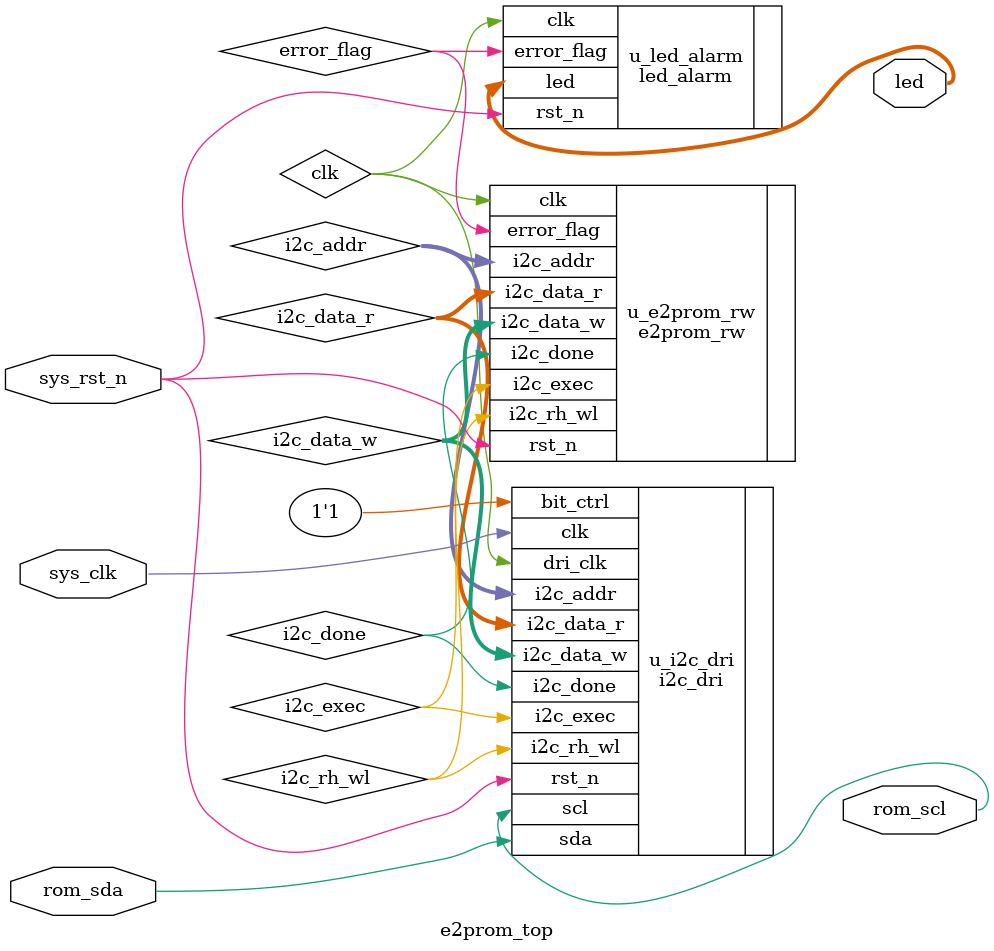
<source format=v>

module e2prom_top(
    //system clock
    input               sys_clk    ,      // 系统时钟
    input               sys_rst_n  ,      // 系统复位
    //eeprom interface
    output              rom_scl    ,      // eeprom的时钟线scl
    inout               rom_sda    ,      // eeprom的数据线sda
    //user interface
    output   [3:0]      led               // led显示
);

//parameter define
parameter    SLAVE_ADDR =  7'b1010000   ; // 器件地址(SLAVE_ADDR)
parameter    BIT_CTRL   =  1'b1         ; // 字地址位控制参数(16b/8b)
parameter    CLK_FREQ   = 26'd50_000_000; // i2c_dri模块的驱动时钟频率(CLK_FREQ)
parameter    I2C_FREQ   = 18'd250_000   ; // I2C的SCL时钟频率
parameter    L_TIME     = 17'd125_000   ; // led闪烁时间参数

//wire define
wire           clk       ;                // I2C操作时钟
wire           i2c_exec  ;                // i2c触发控制
wire   [15:0]  i2c_addr  ;                // i2c操作地址
wire   [ 7:0]  i2c_data_w;                // i2c写入的数据
wire           i2c_done  ;                // i2c操作结束标志
wire           i2c_rh_wl ;                // i2c读写控制
wire   [ 7:0]  i2c_data_r;                // i2c读出的数据
wire           error_flag;                // 错误标志

//*****************************************************
//**                    main code
//*****************************************************

//例化e2prom读写模块
e2prom_rw u_e2prom_rw(
    //global clock
    .clk         (clk       ),    // 时钟信号
    .rst_n       (sys_rst_n ),    // 复位信号
    //i2c interface
    .i2c_exec    (i2c_exec  ),    // I2C触发执行信号
    .i2c_rh_wl   (i2c_rh_wl ),    // I2C读写控制信号
    .i2c_addr    (i2c_addr  ),    // I2C器件内地址
    .i2c_data_w  (i2c_data_w),    // I2C要写的数据
    .i2c_data_r  (i2c_data_r),    // I2C读出的数据
    .i2c_done    (i2c_done  ),    // I2C一次操作完成
    //user interface
    .error_flag  (error_flag)     // 错误标志
);

//例化i2c_dri
i2c_dri #(
    .SLAVE_ADDR  (SLAVE_ADDR),    // slave address从机地址，放此处方便参数传递
    .CLK_FREQ    (CLK_FREQ  ),    // i2c_dri模块的驱动时钟频率(CLK_FREQ)
    .I2C_FREQ    (I2C_FREQ  )     // I2C的SCL时钟频率
) u_i2c_dri(
    //global clock
    .clk         (sys_clk   ),    // i2c_dri模块的驱动时钟(CLK_FREQ)
    .rst_n       (sys_rst_n ),    // 复位信号
    //i2c interface
    .i2c_exec    (i2c_exec  ),    // I2C触发执行信号
    .bit_ctrl    (BIT_CTRL  ),    // 器件地址位控制(16b/8b)
    .i2c_rh_wl   (i2c_rh_wl ),    // I2C读写控制信号
    .i2c_addr    (i2c_addr  ),    // I2C器件内地址
    .i2c_data_w  (i2c_data_w),    // I2C要写的数据
    .i2c_data_r  (i2c_data_r),    // I2C读出的数据
    .i2c_done    (i2c_done  ),    // I 2C一次操作完成
    .scl         (rom_scl   ),    // I2C的SCL时钟信号
    .sda         (rom_sda   ),    // I2C的SDA信号
    //user interface
    .dri_clk     (clk       )     // I2C操作时钟
);

//例化led_alarm模块
led_alarm #(.L_TIME(L_TIME  )     // 控制led闪烁时间
) u_led_alarm(
    //system clock
    .clk         (clk       ),    // 时钟信号
    .rst_n       (sys_rst_n ),    // 复位信号
    //led interface
    .led         (led       ),    // LED 灯
    //user interface
    .error_flag  (error_flag)     // 错误标志
);
endmodule

</source>
